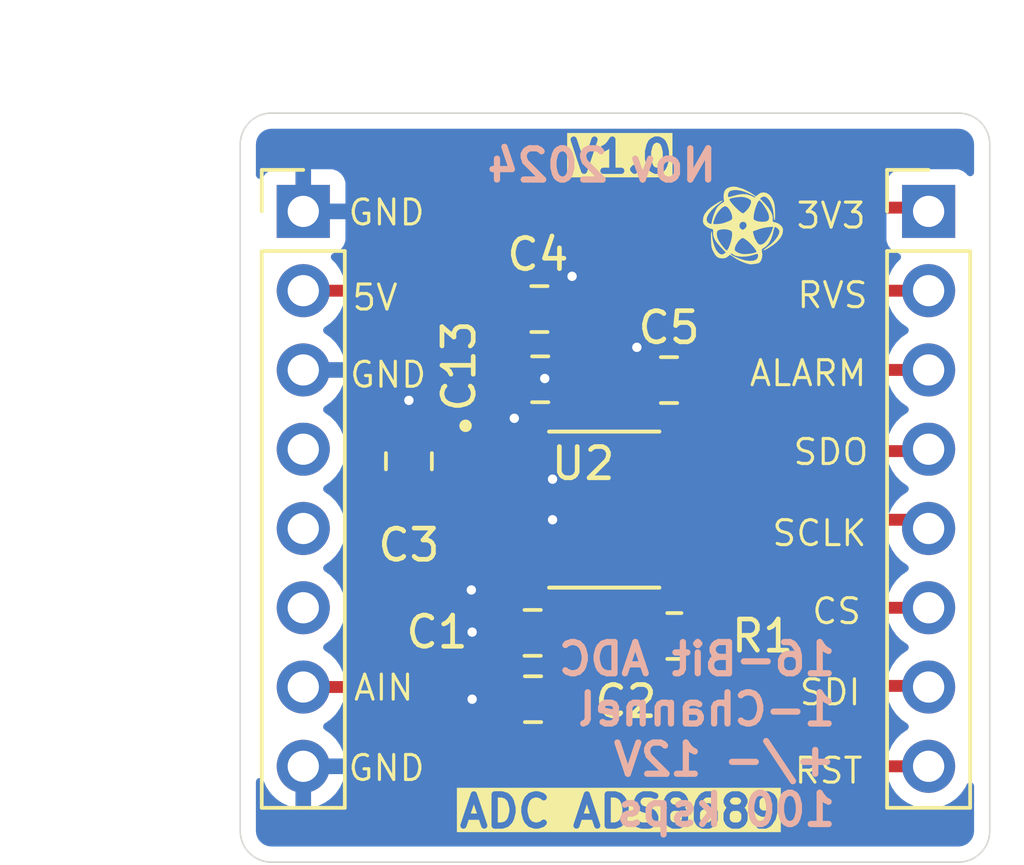
<source format=kicad_pcb>
(kicad_pcb (version 20240108) (generator "pcbnew") (generator_version "8.0")
  (layers (0 "F.Cu" signal) (31 "B.Cu" signal) (34 "B.Paste" user) (35 "F.Paste" user) (36 "B.SilkS" user "B.Silkscreen") (37 "F.SilkS" user "F.Silkscreen") (38 "B.Mask" user) (39 "F.Mask" user) (44 "Edge.Cuts" user))
  (net 0 "")
  (net 1 "GND")
  (net 2 "+3.3V")
  (net 3 "+5V")
  (net 4 "/ADC_CS")
  (net 5 "Net-(U2-REFCAP)")
  (net 6 "Net-(U2-REFIO)")
  (net 9 "/AIN_P")
  (net 11 "/ADC_RVS")
  (net 12 "/RST")
  (net 13 "/ADC_SCLK")
  (net 14 "/ADC_ALARM")
  (net 15 "/ADC_SDI")
  (net 16 "/ADC_SDO")
  (footprint "Capacitor_SMD:C_0805_2012Metric_Pad1.18x1.45mm_HandSolder" (layer "F.Cu") (at 89.425 69.3 180)
    (property "Reference" "C2" (at -2.975 -0.075 360) (layer "F.SilkS"))
    (property "Value" "10uF")
    (fp_line (start -0.261252 0.735) (end 0.261252 0.735) (stroke (width 0.12)) (layer "F.SilkS"))
    (fp_line (start -0.261252 -0.735) (end 0.261252 -0.735) (stroke (width 0.12)) (layer "F.SilkS"))
    (pad "1" smd roundrect (at -1.0375 0 180) (size 1.175 1.45) (layers "F.Cu" "F.Paste" "F.Mask") (roundrect_rratio 0.212766) (net 5 "Net-(U2-REFCAP)"))
    (pad "2" smd roundrect (at 1.0375 0 180) (size 1.175 1.45) (layers "F.Cu" "F.Paste" "F.Mask") (roundrect_rratio 0.212766) (net 1 "GND"))
  )
  (footprint "Capacitor_SMD:C_0805_2012Metric_Pad1.18x1.45mm_HandSolder" (layer "F.Cu") (at 93.78 59.075)
    (property "Reference" "C5" (at 0 -1.68 0) (layer "F.SilkS"))
    (property "Value" "10uF")
    (fp_line (start -0.261252 -0.735) (end 0.261252 -0.735) (stroke (width 0.12)) (layer "F.SilkS"))
    (fp_line (start -0.261252 0.735) (end 0.261252 0.735) (stroke (width 0.12)) (layer "F.SilkS"))
    (pad "1" smd roundrect (at -1.0375 0) (size 1.175 1.45) (layers "F.Cu" "F.Paste" "F.Mask") (roundrect_rratio 0.212766) (net 1 "GND"))
    (pad "2" smd roundrect (at 1.0375 0) (size 1.175 1.45) (layers "F.Cu" "F.Paste" "F.Mask") (roundrect_rratio 0.212766) (net 2 "+3.3V"))
  )
  (footprint "Resistor_SMD:R_0805_2012Metric" (layer "F.Cu") (at 93.95 67.275 180)
    (property "Reference" "R1" (at -2.825 0 360) (layer "F.SilkS"))
    (property "Value" "10k")
    (fp_line (start -0.227064 0.735) (end 0.227064 0.735) (stroke (width 0.12)) (layer "F.SilkS"))
    (fp_line (start -0.227064 -0.735) (end 0.227064 -0.735) (stroke (width 0.12)) (layer "F.SilkS"))
    (pad "1" smd roundrect (at -0.9125 0 180) (size 1.025 1.4) (layers "F.Cu" "F.Paste" "F.Mask") (roundrect_rratio 0.243902) (net 12 "/RST"))
    (pad "2" smd roundrect (at 0.9125 0 180) (size 1.025 1.4) (layers "F.Cu" "F.Paste" "F.Mask") (roundrect_rratio 0.243902) (net 2 "+3.3V"))
  )
  (footprint "ADS8689:ADS8689" (layer "F.Cu") (at 91.705 63.225)
    (property "Reference" "U2" (at -0.675 -1.475 0) (layer "F.SilkS"))
    (property "Value" "ADS8689IPWR")
    (fp_line (start -1.765 -2.5) (end 1.765 -2.5) (stroke (width 0.127)) (layer "F.SilkS"))
    (fp_line (start -1.765 2.5) (end 1.765 2.5) (stroke (width 0.127)) (layer "F.SilkS"))
    (fp_circle (center -4.44 -2.685) (end -4.34 -2.685) (stroke (width 0.2)) (fill none) (layer "F.SilkS"))
    (pad "1" smd roundrect (at -2.87 -2.275) (size 1.57 0.41) (layers "F.Cu" "F.Paste" "F.Mask") (roundrect_rratio 0.125) (net 1 "GND"))
    (pad "2" smd roundrect (at -2.87 -1.625) (size 1.57 0.41) (layers "F.Cu" "F.Paste" "F.Mask") (roundrect_rratio 0.125) (net 3 "+5V"))
    (pad "3" smd roundrect (at -2.87 -0.975) (size 1.57 0.41) (layers "F.Cu" "F.Paste" "F.Mask") (roundrect_rratio 0.125) (net 1 "GND"))
    (pad "4" smd roundrect (at -2.87 -0.325) (size 1.57 0.41) (layers "F.Cu" "F.Paste" "F.Mask") (roundrect_rratio 0.125) (net 6 "Net-(U2-REFIO)"))
    (pad "5" smd roundrect (at -2.87 0.325) (size 1.57 0.41) (layers "F.Cu" "F.Paste" "F.Mask") (roundrect_rratio 0.125) (net 1 "GND"))
    (pad "6" smd roundrect (at -2.87 0.975) (size 1.57 0.41) (layers "F.Cu" "F.Paste" "F.Mask") (roundrect_rratio 0.125) (net 5 "Net-(U2-REFCAP)"))
    (pad "7" smd roundrect (at -2.87 1.625) (size 1.57 0.41) (layers "F.Cu" "F.Paste" "F.Mask") (roundrect_rratio 0.125) (net 9 "/AIN_P"))
    (pad "8" smd roundrect (at -2.87 2.275) (size 1.57 0.41) (layers "F.Cu" "F.Paste" "F.Mask") (roundrect_rratio 0.125) (net 1 "GND"))
    (pad "9" smd roundrect (at 2.87 2.275) (size 1.57 0.41) (layers "F.Cu" "F.Paste" "F.Mask") (roundrect_rratio 0.125) (net 12 "/RST"))
    (pad "10" smd roundrect (at 2.87 1.625) (size 1.57 0.41) (layers "F.Cu" "F.Paste" "F.Mask") (roundrect_rratio 0.125) (net 15 "/ADC_SDI"))
    (pad "11" smd roundrect (at 2.87 0.975) (size 1.57 0.41) (layers "F.Cu" "F.Paste" "F.Mask") (roundrect_rratio 0.125) (net 4 "/ADC_CS"))
    (pad "12" smd roundrect (at 2.87 0.325) (size 1.57 0.41) (layers "F.Cu" "F.Paste" "F.Mask") (roundrect_rratio 0.125) (net 13 "/ADC_SCLK"))
    (pad "13" smd roundrect (at 2.87 -0.325) (size 1.57 0.41) (layers "F.Cu" "F.Paste" "F.Mask") (roundrect_rratio 0.125) (net 16 "/ADC_SDO"))
    (pad "14" smd roundrect (at 2.87 -0.975) (size 1.57 0.41) (layers "F.Cu" "F.Paste" "F.Mask") (roundrect_rratio 0.125) (net 14 "/ADC_ALARM"))
    (pad "15" smd roundrect (at 2.87 -1.625) (size 1.57 0.41) (layers "F.Cu" "F.Paste" "F.Mask") (roundrect_rratio 0.125) (net 11 "/ADC_RVS"))
    (pad "16" smd roundrect (at 2.87 -2.275) (size 1.57 0.41) (layers "F.Cu" "F.Paste" "F.Mask") (roundrect_rratio 0.125) (net 2 "+3.3V"))
  )
  (footprint "Capacitor_SMD:C_0805_2012Metric_Pad1.18x1.45mm_HandSolder" (layer "F.Cu") (at 85.45 61.675 90)
    (property "Reference" "C3" (at -2.6875 0 180) (layer "F.SilkS"))
    (property "Value" "4.7uF")
    (fp_line (start -0.261252 -0.735) (end 0.261252 -0.735) (stroke (width 0.12)) (layer "F.SilkS"))
    (fp_line (start -0.261252 0.735) (end 0.261252 0.735) (stroke (width 0.12)) (layer "F.SilkS"))
    (pad "1" smd roundrect (at -1.0375 0 90) (size 1.175 1.45) (layers "F.Cu" "F.Paste" "F.Mask") (roundrect_rratio 0.212766) (net 6 "Net-(U2-REFIO)"))
    (pad "2" smd roundrect (at 1.0375 0 90) (size 1.175 1.45) (layers "F.Cu" "F.Paste" "F.Mask") (roundrect_rratio 0.212766) (net 1 "GND"))
  )
  (footprint "Capacitor_SMD:C_0805_2012Metric_Pad1.18x1.45mm_HandSolder" (layer "F.Cu") (at 89.63 56.8 180)
    (property "Reference" "C4" (at 0.05 1.75 360) (layer "F.SilkS"))
    (property "Value" "10uF")
    (fp_line (start -0.261252 0.735) (end 0.261252 0.735) (stroke (width 0.12)) (layer "F.SilkS"))
    (fp_line (start -0.261252 -0.735) (end 0.261252 -0.735) (stroke (width 0.12)) (layer "F.SilkS"))
    (pad "1" smd roundrect (at -1.0375 0 180) (size 1.175 1.45) (layers "F.Cu" "F.Paste" "F.Mask") (roundrect_rratio 0.212766) (net 1 "GND"))
    (pad "2" smd roundrect (at 1.0375 0 180) (size 1.175 1.45) (layers "F.Cu" "F.Paste" "F.Mask") (roundrect_rratio 0.212766) (net 3 "+5V"))
  )
  (footprint "Capacitor_SMD:C_0805_2012Metric_Pad1.18x1.45mm_HandSolder" (layer "F.Cu") (at 89.655 59.05)
    (property "Reference" "C13" (at -2.6 -0.425 90) (layer "F.SilkS"))
    (property "Value" "0.1uF")
    (fp_line (start -0.261252 -0.735) (end 0.261252 -0.735) (stroke (width 0.12)) (layer "F.SilkS"))
    (fp_line (start -0.261252 0.735) (end 0.261252 0.735) (stroke (width 0.12)) (layer "F.SilkS"))
    (pad "1" smd roundrect (at -1.0375 0) (size 1.175 1.45) (layers "F.Cu" "F.Paste" "F.Mask") (roundrect_rratio 0.212766) (net 3 "+5V"))
    (pad "2" smd roundrect (at 1.0375 0) (size 1.175 1.45) (layers "F.Cu" "F.Paste" "F.Mask") (roundrect_rratio 0.212766) (net 1 "GND"))
  )
  (footprint "Connector_PinHeader_2.54mm:PinHeader_1x08_P2.54mm_Vertical" (layer "F.Cu") (at 102.0928 53.6702)
    (property "Reference" "J5" (hide yes))
    (property "Value" "CONN_R")
    (fp_line (start -1.33 -1.33) (end 0 -1.33) (stroke (width 0.12)) (layer "F.SilkS"))
    (fp_line (start -1.33 0) (end -1.33 -1.33) (stroke (width 0.12)) (layer "F.SilkS"))
    (fp_line (start -1.33 1.27) (end -1.33 19.11) (stroke (width 0.12)) (layer "F.SilkS"))
    (fp_line (start -1.33 1.27) (end 1.33 1.27) (stroke (width 0.12)) (layer "F.SilkS"))
    (fp_line (start -1.33 19.11) (end 1.33 19.11) (stroke (width 0.12)) (layer "F.SilkS"))
    (fp_line (start 1.33 1.27) (end 1.33 19.11) (stroke (width 0.12)) (layer "F.SilkS"))
    (pad "1" thru_hole rect (at 0 0) (size 1.7 1.7) (drill 1) (layers "*.Cu" "*.Mask") (net 2 "+3.3V"))
    (pad "2" thru_hole oval (at 0 2.54) (size 1.7 1.7) (drill 1) (layers "*.Cu" "*.Mask") (net 11 "/ADC_RVS"))
    (pad "3" thru_hole oval (at 0 5.08) (size 1.7 1.7) (drill 1) (layers "*.Cu" "*.Mask") (net 14 "/ADC_ALARM"))
    (pad "4" thru_hole oval (at 0 7.62) (size 1.7 1.7) (drill 1) (layers "*.Cu" "*.Mask") (net 16 "/ADC_SDO"))
    (pad "5" thru_hole oval (at 0 10.16) (size 1.7 1.7) (drill 1) (layers "*.Cu" "*.Mask") (net 13 "/ADC_SCLK"))
    (pad "6" thru_hole oval (at 0 12.7) (size 1.7 1.7) (drill 1) (layers "*.Cu" "*.Mask") (net 4 "/ADC_CS"))
    (pad "7" thru_hole oval (at 0 15.24) (size 1.7 1.7) (drill 1) (layers "*.Cu" "*.Mask") (net 15 "/ADC_SDI"))
    (pad "8" thru_hole oval (at 0 17.78) (size 1.7 1.7) (drill 1) (layers "*.Cu" "*.Mask") (net 12 "/RST"))
  )
  (footprint "LOGO" (layer "F.Cu") (at 96.125 54.1)
    (property "Reference" "G***" (hide yes))
    (property "Value" "LOGO" (hide yes))
    (fp_poly (pts (xy -0.186329 -1.216691) (xy 0.039478 -1.146543) (xy 0.254172 -1.037617) (xy 0.305824 -1.004061) (xy 0.439872 -0.912576) (xy 0.490037 -0.959704) (xy 0.582406 -1.020855) (xy 0.67913 -1.040258) (xy 0.774757 -1.020911) (xy 0.863838 -0.965813) (xy 0.940922 -0.87796) (xy 1.000559 -0.760351) (xy 1.028681 -0.663447) (xy 1.040083 -0.590559) (xy 1.048015 -0.50091) (xy 1.052437 -0.40442) (xy 1.053313 -0.311009) (xy 1.050603 -0.230596) (xy 1.04427 -0.173102) (xy 1.034275 -0.148447) (xy 1.030658 -0.148873) (xy 1.016813 -0.178504) (xy 1.008667 -0.236677) (xy 1.007755 -0.265947) (xy 0.997668 -0.394021) (xy 0.970364 -0.529471) (xy 0.930274 -0.656042) (xy 0.881831 -0.757481) (xy 0.868052 -0.778235) (xy 0.796334 -0.861628) (xy 0.730981 -0.902334) (xy 0.66773 -0.902225) (xy 0.628796 -0.883203) (xy 0.568609 -0.843767) (xy 0.719942 -0.687013) (xy 0.838581 -0.548504) (xy 0.92284 -0.415784) (xy 0.970395 -0.293386) (xy 0.978921 -0.185846) (xy 0.978508 -0.182578) (xy 0.973357 -0.125892) (xy 0.985927 -0.098279) (xy 1.027583 -0.084753) (xy 1.056571 -0.079654) (xy 1.149352 -0.045292) (xy 1.225952 0.010547) (xy 1.277667 0.067268) (xy 1.300797 0.120984) (xy 1.305501 0.181119) (xy 1.286844 0.297479) (xy 1.229146 0.41187) (xy 1.129815 0.528963) (xy 1.09319 0.563784) (xy 1.029445 0.616416) (xy 0.951554 0.672608) (xy 0.86876 0.726739) (xy 0.790305 0.773191) (xy 0.72543 0.806345) (xy 0.683377 0.820583) (xy 0.673747 0.818802) (xy 0.685978 0.801871) (xy 0.727617 0.76654) (xy 0.79008 0.720004) (xy 0.799608 0.713278) (xy 0.924507 0.614127) (xy 1.031789 0.50652) (xy 1.115758 0.397857) (xy 1.170717 0.295535) (xy 1.190971 0.206952) (xy 1.190983 0.204997) (xy 1.17385 0.165638) (xy 1.133315 0.119283) (xy 1.085677 0.081787) (xy 1.050909 0.068711) (xy 1.032771 0.088353) (xy 1.018351 0.131695) (xy 0.96927 0.328443) (xy 0.911807 0.484507) (xy 0.843346 0.604648) (xy 0.761273 0.693624) (xy 0.679862 0.747782) (xy 0.63619 0.777072) (xy 0.625144 0.81303) (xy 0.632028 0.854529) (xy 0.643485 0.961621) (xy 0.632023 1.064658) (xy 0.600911 1.151952) (xy 0.553417 1.211815) (xy 0.527993 1.226524) (xy 0.4692 1.242649) (xy 0.389376 1.256394) (xy 0.308974 1.265035) (xy 0.248448 1.265846) (xy 0.240487 1.264822) (xy 0.107071 1.229644) (xy -0.040087 1.171797) (xy -0.181045 1.099656) (xy -0.239139 1.063422) (xy -0.392533 0.960546) (xy -0.461414 1.018506) (xy -0.525371 1.059119) (xy -0.600911 1.075227) (xy -0.639967 1.076465) (xy -0.733472 1.065502) (xy -0.807875 1.028295) (xy -0.871656 0.958371) (xy -0.930792 0.854392) (xy -0.958413 0.793605) (xy -0.977096 0.737248) (xy -0.988913 0.673333) (xy -0.995933 0.589871) (xy -1.000228 0.474874) (xy -1.000908 0.448403) (xy -1.00252 0.325126) (xy -1.000196 0.246393) (xy -0.993961 0.212602) (xy -0.98645 0.217583) (xy -0.970728 0.273318) (xy -0.963557 0.339031) (xy -0.95175 0.453197) (xy -0.923982 0.57865) (xy -0.885166 0.698532) (xy -0.840212 0.795985) (xy -0.822244 0.824042) (xy -0.751925 0.906353) (xy -0.688475 0.946557) (xy -0.626969 0.946809) (xy -0.610551 0.938816) (xy -0.366456 0.938816) (xy -0.346335 0.960972) (xy -0.292647 0.992832) (xy -0.215411 1.029998) (xy -0.124641 1.068071) (xy -0.030355 1.102652) (xy 0.057432 1.129342) (xy 0.080162 1.134959) (xy 0.232487 1.157253) (xy 0.358052 1.148368) (xy 0.447491 1.112355) (xy 0.485124 1.068632) (xy 0.50523 1.009387) (xy 0.50299 0.954467) (xy 0.490884 0.933685) (xy 0.464282 0.934173) (xy 0.408264 0.948556) (xy 0.347737 0.969121) (xy 0.233011 1.000718) (xy 0.105044 1.018194) (xy -0.023593 1.021578) (xy -0.140331 1.010902) (xy -0.2326 0.986193) (xy -0.266926 0.967674) (xy -0.325161 0.929069) (xy -0.355816 0.918062) (xy -0.366177 0.93254) (xy -0.366456 0.938816) (xy -0.610551 0.938816) (xy -0.586553 0.927133) (xy -0.526138 0.887548) (xy -0.69492 0.710886) (xy -0.80887 0.580227) (xy -0.885118 0.464312) (xy -0.92674 0.357014) (xy -0.936326 0.257226) (xy -0.813325 0.257226) (xy -0.811063 0.340117) (xy -0.78745 0.433418) (xy -0.763314 0.489104) (xy -0.730468 0.544011) (xy -0.683153 0.61245) (xy -0.629104 0.684534) (xy -0.576053 0.750376) (xy -0.531734 0.800087) (xy -0.503881 0.82378) (xy -0.500964 0.824527) (xy -0.479802 0.805997) (xy -0.469172 0.789758) (xy -0.241848 0.789758) (xy -0.238646 0.807423) (xy -0.204811 0.84966) (xy -0.138718 0.889197) (xy -0.053811 0.920263) (xy 0.036464 0.937086) (xy 0.066835 0.938541) (xy 0.146438 0.934636) (xy 0.245086 0.924041) (xy 0.313047 0.91379) (xy 0.387466 0.897378) (xy 0.439783 0.879249) (xy 0.45807 0.864338) (xy 0.442457 0.824543) (xy 0.400962 0.763354) (xy 0.341607 0.690186) (xy 0.27241 0.614451) (xy 0.201392 0.545562) (xy 0.149958 0.502687) (xy 0.079469 0.452426) (xy 0.032609 0.428331) (xy -0.001157 0.426056) (xy -0.018925 0.433038) (xy -0.082943 0.482489) (xy -0.144552 0.555337) (xy -0.196443 0.639131) (xy -0.231311 0.721422) (xy -0.241848 0.789758) (xy -0.469172 0.789758) (xy -0.449344 0.759468) (xy -0.437387 0.737265) (xy -0.397413 0.642236) (xy -0.36259 0.529733) (xy -0.337025 0.416475) (xy -0.324825 0.31918) (xy -0.325134 0.280362) (xy -0.335114 0.226023) (xy -0.34696 0.211813) (xy 0.342543 0.211813) (xy 0.357561 0.294861) (xy 0.406327 0.443434) (xy 0.485611 0.578314) (xy 0.540166 0.629006) (xy 0.604012 0.636869) (xy 0.679424 0.601747) (xy 0.729142 0.561818) (xy 0.78769 0.493467) (xy 0.850579 0.394998) (xy 0.910072 0.28048) (xy 0.958431 0.163981) (xy 0.973816 0.116981) (xy 0.990009 0.062187) (xy 0.832831 0.074292) (xy 0.724355 0.09013) (xy 0.602233 0.119137) (xy 0.509098 0.149105) (xy 0.342543 0.211813) (xy -0.34696 0.211813) (xy -0.361977 0.193799) (xy -0.419242 0.168068) (xy -0.423715 0.166469) (xy -0.510682 0.147138) (xy -0.606505 0.14344) (xy -0.696505 0.154082) (xy -0.766009 0.177772) (xy -0.792791 0.198973) (xy -0.813325 0.257226) (xy -0.936326 0.257226) (xy -0.936808 0.252205) (xy -0.935367 0.231644) (xy -0.932146 0.172521) (xy -0.945058 0.143714) (xy -0.985267 0.130004) (xy -1.013597 0.124982) (xy -1.099273 0.093375) (xy -1.180145 0.03526) (xy -1.181759 0.033489) (xy -0.091614 0.033489) (xy -0.07211 0.103345) (xy -0.014588 0.148313) (xy 0.017984 0.158775) (xy 0.039536 0.148803) (xy 0.080968 0.123335) (xy 0.127081 0.071576) (xy 0.139987 0.008754) (xy 0.119935 -0.049889) (xy 0.077603 -0.084857) (xy 0.007774 -0.096794) (xy -0.049974 -0.070141) (xy -0.085371 -0.012081) (xy -0.091614 0.033489) (xy -1.181759 0.033489) (xy -1.231879 -0.021497) (xy -1.255008 -0.07525) (xy -1.259693 -0.135135) (xy -1.247196 -0.243959) (xy -1.20606 -0.343427) (xy -1.130822 -0.444671) (xy -1.082936 -0.495226) (xy -1.027301 -0.543721) (xy -0.953367 -0.598603) (xy -0.870259 -0.654293) (xy -0.7871 -0.705214) (xy -0.713017 -0.745789) (xy -0.657134 -0.770438) (xy -0.628576 -0.773586) (xy -0.628157 -0.773213) (xy -0.640457 -0.756496) (xy -0.682067 -0.721921) (xy -0.744074 -0.676874) (xy -0.746052 -0.675509) (xy -0.830999 -0.609539) (xy -0.922026 -0.527464) (xy -0.98612 -0.461471) (xy -1.073753 -0.348175) (xy -1.125619 -0.246816) (xy -1.14108 -0.160744) (xy -1.119499 -0.09331) (xy -1.064485 -0.049734) (xy -1.015887 -0.029065) (xy -0.991972 -0.031855) (xy -0.98747 -0.044921) (xy -0.928472 -0.044921) (xy -0.915055 -0.027641) (xy -0.882427 -0.022914) (xy -0.831796 -0.023031) (xy -0.741538 -0.028758) (xy -0.651813 -0.042879) (xy -0.629847 -0.048197) (xy -0.551058 -0.073218) (xy -0.461275 -0.106527) (xy -0.429441 -0.1196) (xy -0.363759 -0.151303) (xy -0.331171 -0.180551) (xy -0.320961 -0.218256) (xy -0.320649 -0.230365) (xy -0.322311 -0.241894) (xy 0.362912 -0.241894) (xy 0.366779 -0.184598) (xy 0.375213 -0.16773) (xy 0.433275 -0.132251) (xy 0.521191 -0.107666) (xy 0.623781 -0.096497) (xy 0.725863 -0.101266) (xy 0.750335 -0.105405) (xy 0.819585 -0.134162) (xy 0.854486 -0.1878) (xy 0.856147 -0.269448) (xy 0.836862 -0.349006) (xy 0.810223 -0.412581) (xy 0.767794 -0.491405) (xy 0.716029 -0.575865) (xy 0.661387 -0.656349) (xy 0.610324 -0.723243) (xy 0.569297 -0.766932) (xy 0.548246 -0.77872) (xy 0.518905 -0.757729) (xy 0.485783 -0.701448) (xy 0.45172 -0.61991) (xy 0.41956 -0.523152) (xy 0.392144 -0.421206) (xy 0.372314 -0.324109) (xy 0.362912 -0.241894) (xy -0.322311 -0.241894) (xy -0.333375 -0.318641) (xy -0.36704 -0.40998) (xy -0.414874 -0.49339) (xy -0.47011 -0.557884) (xy -0.525979 -0.592473) (xy -0.545558 -0.595491) (xy -0.602126 -0.576413) (xy -0.669915 -0.525423) (xy -0.740292 -0.451892) (xy -0.804624 -0.365191) (xy -0.854278 -0.274688) (xy -0.864677 -0.249127) (xy -0.902163 -0.147958) (xy -0.923802 -0.082458) (xy -0.928472 -0.044921) (xy -0.98747 -0.044921) (xy -0.980121 -0.066249) (xy -0.973012 -0.108792) (xy -0.94677 -0.221436) (xy -0.905232 -0.346685) (xy -0.855643 -0.465141) (xy -0.805806 -0.55656) (xy -0.747842 -0.62345) (xy -0.67657 -0.679756) (xy -0.658871 -0.689825) (xy -0.60319 -0.722894) (xy -0.582169 -0.752056) (xy -0.585662 -0.783832) (xy -0.590679 -0.81645) (xy -0.412249 -0.81645) (xy -0.395817 -0.774429) (xy -0.351965 -0.711796) (xy -0.288811 -0.63684) (xy -0.214474 -0.557851) (xy -0.13707 -0.483119) (xy -0.064718 -0.420934) (xy -0.005537 -0.379584) (xy 0.027866 -0.367024) (xy 0.052078 -0.381601) (xy 0.096168 -0.419537) (xy 0.128121 -0.450297) (xy 0.196778 -0.531731) (xy 0.2486 -0.617929) (xy 0.278614 -0.697984) (xy 0.281851 -0.760992) (xy 0.276462 -0.775693) (xy 0.233077 -0.818042) (xy 0.158633 -0.85555) (xy 0.067869 -0.882513) (xy -0.024477 -0.893226) (xy -0.027217 -0.893237) (xy -0.112851 -0.889058) (xy -0.204701 -0.878024) (xy -0.291472 -0.862387) (xy -0.361867 -0.8444) (xy -0.404593 -0.826315) (xy -0.412249 -0.81645) (xy -0.590679 -0.81645) (xy -0.599101 -0.871206) (xy -0.595031 -0.958739) (xy -0.45809 -0.958739) (xy -0.455953 -0.906888) (xy -0.446767 -0.889569) (xy -0.421164 -0.890724) (xy -0.363816 -0.904113) (xy -0.286258 -0.926964) (xy -0.271993 -0.931558) (xy -0.132412 -0.967089) (xy 0.002944 -0.984066) (xy 0.033472 -0.984851) (xy 0.148796 -0.976319) (xy 0.247408 -0.94675) (xy 0.288138 -0.927688) (xy 0.356657 -0.893108) (xy 0.393791 -0.876171) (xy 0.409133 -0.874049) (xy 0.412275 -0.883912) (xy 0.412263 -0.891078) (xy 0.392231 -0.912412) (xy 0.338736 -0.94406) (xy 0.261677 -0.981578) (xy 0.170955 -1.020523) (xy 0.076472 -1.05645) (xy -0.011873 -1.084915) (xy -0.031389 -1.090227) (xy -0.157711 -1.112148) (xy -0.273403 -1.111976) (xy -0.367283 -1.090553) (xy -0.416315 -1.061347) (xy -0.443601 -1.017429) (xy -0.45809 -0.958739) (xy -0.595031 -0.958739) (xy -0.594413 -0.972035) (xy -0.57365 -1.063548) (xy -0.557165 -1.099924) (xy -0.4939 -1.165174) (xy -0.400803 -1.208491) (xy -0.290132 -1.226014)) (fill solid) (layer "F.SilkS"))
  )
  (footprint "Capacitor_SMD:C_0805_2012Metric_Pad1.18x1.45mm_HandSolder" (layer "F.Cu") (at 89.4125 67.175 180)
    (property "Reference" "C1" (at 3.0625 0.025 360) (layer "F.SilkS"))
    (property "Value" "1uF")
    (fp_line (start -0.261252 0.735) (end 0.261252 0.735) (stroke (width 0.12)) (layer "F.SilkS"))
    (fp_line (start -0.261252 -0.735) (end 0.261252 -0.735) (stroke (width 0.12)) (layer "F.SilkS"))
    (pad "1" smd roundrect (at -1.0375 0 180) (size 1.175 1.45) (layers "F.Cu" "F.Paste" "F.Mask") (roundrect_rratio 0.212766) (net 5 "Net-(U2-REFCAP)"))
    (pad "2" smd roundrect (at 1.0375 0 180) (size 1.175 1.45) (layers "F.Cu" "F.Paste" "F.Mask") (roundrect_rratio 0.212766) (net 1 "GND"))
  )
  (footprint "Connector_PinHeader_2.54mm:PinHeader_1x08_P2.54mm_Vertical" (layer "F.Cu") (at 82.0674 53.6702)
    (property "Reference" "J4" (hide yes))
    (property "Value" "CONN_L")
    (fp_line (start -1.33 -1.33) (end 0 -1.33) (stroke (width 0.12)) (layer "F.SilkS"))
    (fp_line (start -1.33 0) (end -1.33 -1.33) (stroke (width 0.12)) (layer "F.SilkS"))
    (fp_line (start -1.33 1.27) (end -1.33 19.11) (stroke (width 0.12)) (layer "F.SilkS"))
    (fp_line (start -1.33 1.27) (end 1.33 1.27) (stroke (width 0.12)) (layer "F.SilkS"))
    (fp_line (start -1.33 19.11) (end 1.33 19.11) (stroke (width 0.12)) (layer "F.SilkS"))
    (fp_line (start 1.33 1.27) (end 1.33 19.11) (stroke (width 0.12)) (layer "F.SilkS"))
    (pad "1" thru_hole rect (at 0 0) (size 1.7 1.7) (drill 1) (layers "*.Cu" "*.Mask") (net 1 "GND"))
    (pad "2" thru_hole oval (at 0 2.54) (size 1.7 1.7) (drill 1) (layers "*.Cu" "*.Mask") (net 3 "+5V"))
    (pad "3" thru_hole oval (at 0 5.08) (size 1.7 1.7) (drill 1) (layers "*.Cu" "*.Mask") (net 1 "GND"))
    (pad "4" thru_hole oval (at 0 7.62) (size 1.7 1.7) (drill 1) (layers "*.Cu" "*.Mask"))
    (pad "5" thru_hole oval (at 0 10.16) (size 1.7 1.7) (drill 1) (layers "*.Cu" "*.Mask"))
    (pad "6" thru_hole oval (at 0 12.7) (size 1.7 1.7) (drill 1) (layers "*.Cu" "*.Mask"))
    (pad "7" thru_hole oval (at 0 15.24) (size 1.7 1.7) (drill 1) (layers "*.Cu" "*.Mask") (net 9 "/AIN_P"))
    (pad "8" thru_hole oval (at 0 17.78) (size 1.7 1.7) (drill 1) (layers "*.Cu" "*.Mask") (net 1 "GND"))
  )
  (gr_arc (start 103.0496 50.5206) (mid 103.756707 50.813493) (end 104.0496 51.5206) (stroke (width 0.05)) (layer "Edge.Cuts"))
  (gr_arc (start 81.0496 74.5206) (mid 80.342493 74.227707) (end 80.0496 73.5206) (stroke (width 0.05)) (layer "Edge.Cuts"))
  (gr_line (start 81.0496 50.5206) (end 103.0496 50.5206) (stroke (width 0.05)) (layer "Edge.Cuts"))
  (gr_line (start 103.0496 74.5206) (end 81.0496 74.5206) (stroke (width 0.05)) (layer "Edge.Cuts"))
  (gr_arc (start 104.0496 73.5206) (mid 103.756707 74.227707) (end 103.0496 74.5206) (stroke (width 0.05)) (layer "Edge.Cuts"))
  (gr_line (start 104.0496 51.5206) (end 104.0496 73.5206) (stroke (width 0.05)) (layer "Edge.Cuts"))
  (gr_arc (start 80.0496 51.5206) (mid 80.342493 50.813493) (end 81.0496 50.5206) (stroke (width 0.05)) (layer "Edge.Cuts"))
  (gr_line (start 80.0496 73.5206) (end 80.0496 51.5206) (stroke (width 0.05)) (layer "Edge.Cuts"))
  (gr_text "Nov 2024" (at 95.4024 52.7812 0) (layer "B.SilkS") (effects (font (size 1 1) (thickness 0.2) (bold yes)) (justify left bottom mirror)))
  (gr_text "16-Bit ADC\n1-Channel\n+/- 12V\n100 ksps" (at 99.2124 73.4314 0) (layer "B.SilkS") (effects (font (size 1 1) (thickness 0.2) (bold yes)) (justify left bottom mirror)))
  (gr_text "V1.0" (at 90.5002 52.5018 0) (layer "F.SilkS" knockout) (effects (font (size 1 1) (thickness 0.2) (bold yes)) (justify left bottom)))
  (gr_text "GND\n" (at 83.5 59.375 0) (layer "F.SilkS") (effects (font (size 0.8 0.8) (thickness 0.1)) (justify left bottom)))
  (gr_text "5V\n" (at 83.575 56.9 0) (layer "F.SilkS") (effects (font (size 0.8 0.8) (thickness 0.1)) (justify left bottom)))
  (gr_text "SDI" (at 97.9 69.55 0) (layer "F.SilkS") (effects (font (size 0.8 0.8) (thickness 0.1)) (justify left bottom)))
  (gr_text "RST" (at 97.7392 72.0598 0) (layer "F.SilkS") (effects (font (size 0.8 0.8) (thickness 0.1)) (justify left bottom)))
  (gr_text "GND\n" (at 83.45 54.175 0) (layer "F.SilkS") (effects (font (size 0.8 0.8) (thickness 0.1)) (justify left bottom)))
  (gr_text "GND\n" (at 83.45 71.975 0) (layer "F.SilkS") (effects (font (size 0.8 0.8) (thickness 0.1)) (justify left bottom)))
  (gr_text "RVS" (at 97.825 56.825 0) (layer "F.SilkS") (effects (font (size 0.8 0.8) (thickness 0.1)) (justify left bottom)))
  (gr_text "SCLK" (at 97.025 64.45 0) (layer "F.SilkS") (effects (font (size 0.8 0.8) (thickness 0.1)) (justify left bottom)))
  (gr_text "SDO" (at 97.7 61.85 0) (layer "F.SilkS") (effects (font (size 0.8 0.8) (thickness 0.1)) (justify left bottom)))
  (gr_text "CS" (at 98.3 66.95 0) (layer "F.SilkS") (effects (font (size 0.8 0.8) (thickness 0.1)) (justify left bottom)))
  (gr_text "3V3" (at 97.8 54.275 0) (layer "F.SilkS") (effects (font (size 0.8 0.8) (thickness 0.1)) (justify left bottom)))
  (gr_text "AIN" (at 83.625 69.4 0) (layer "F.SilkS") (effects (font (size 0.8 0.8) (thickness 0.1)) (justify left bottom)))
  (gr_text "ALARM" (at 96.3 59.325 0) (layer "F.SilkS") (effects (font (size 0.8 0.8) (thickness 0.1)) (justify left bottom)))
  (gr_text "ADC ADS8689" (at 86.9696 73.4822 0) (layer "F.SilkS" knockout) (effects (font (size 1 1) (thickness 0.2) (bold yes)) (justify left bottom)))
  (segment (start 85.45 59.725) (end 85.45 60.6375) (width 0.508) (layer "F.Cu") (net 1))
  (segment (start 88.35 67.15) (end 88.375 67.175) (width 0.508) (layer "F.Cu") (net 1))
  (segment (start 90.6675 55.7575) (end 90.675 55.75) (width 0.508) (layer "F.Cu") (net 1))
  (segment (start 90.6675 56.8) (end 90.6675 55.7575) (width 0.508) (layer "F.Cu") (net 1))
  (segment (start 88.835 65.5) (end 87.75 65.5) (width 0.381) (layer "F.Cu") (net 1))
  (segment (start 90.05 62.25) (end 88.835 62.25) (width 0.381) (layer "F.Cu") (net 1))
  (segment (start 87.475 67.15) (end 88.35 67.15) (width 0.508) (layer "F.Cu") (net 1))
  (segment (start 90.6675 59.025) (end 90.6925 59.05) (width 0.508) (layer "F.Cu") (net 1))
  (segment (start 88.825 60.94) (end 88.835 60.95) (width 0.381) (layer "F.Cu") (net 1))
  (segment (start 87.475 69.3) (end 88.3875 69.3) (width 0.508) (layer "F.Cu") (net 1))
  (segment (start 92.75 59.0675) (end 92.7425 59.075) (width 0.508) (layer "F.Cu") (net 1))
  (segment (start 89.8 59.025) (end 90.6675 59.025) (width 0.508) (layer "F.Cu") (net 1))
  (segment (start 90.05 63.55) (end 88.835 63.55) (width 0.381) (layer "F.Cu") (net 1))
  (segment (start 88.825 60.3) (end 88.825 60.94) (width 0.381) (layer "F.Cu") (net 1))
  (segment (start 87.75 65.5) (end 87.45 65.8) (width 0.381) (layer "F.Cu") (net 1))
  (segment (start 92.75 58.025) (end 92.75 59.0675) (width 0.508) (layer "F.Cu") (net 1))
  (via (at 87.475 69.3) (size 0.6) (drill 0.3) (layers "F.Cu" "B.Cu") (net 1))
  (via (at 90.675 55.75) (size 0.6) (drill 0.3) (layers "F.Cu" "B.Cu") (net 1))
  (via (at 90.05 63.55) (size 0.6) (drill 0.3) (layers "F.Cu" "B.Cu") (net 1))
  (via (at 87.45 65.8) (size 0.6) (drill 0.3) (layers "F.Cu" "B.Cu") (net 1))
  (via (at 88.825 60.3) (size 0.6) (drill 0.3) (layers "F.Cu" "B.Cu") (net 1))
  (via (at 87.475 67.15) (size 0.6) (drill 0.3) (layers "F.Cu" "B.Cu") (net 1))
  (via (at 85.45 59.725) (size 0.6) (drill 0.3) (layers "F.Cu" "B.Cu") (net 1))
  (via (at 90.05 62.25) (size 0.6) (drill 0.3) (layers "F.Cu" "B.Cu") (net 1))
  (via (at 89.8 59.025) (size 0.6) (drill 0.3) (layers "F.Cu" "B.Cu") (net 1))
  (via (at 92.75 58.025) (size 0.6) (drill 0.3) (layers "F.Cu" "B.Cu") (net 1))
  (segment (start 101.9726 53.55) (end 102.0928 53.6702) (width 0.381) (layer "F.Cu") (net 2))
  (segment (start 95.75 59.075) (end 94.8175 59.075) (width 0.381) (layer "F.Cu") (net 2))
  (segment (start 96.05 60.6) (end 96.05 59.375) (width 0.381) (layer "F.Cu") (net 2))
  (segment (start 93.0375 67.275) (end 93.0375 61.2125) (width 0.381) (layer "F.Cu") (net 2))
  (segment (start 94.8175 59.075) (end 94.8175 54.4325) (width 0.381) (layer "F.Cu") (net 2))
  (segment (start 93.0375 61.2125) (end 93.3 60.95) (width 0.381) (layer "F.Cu") (net 2))
  (segment (start 95.7 60.95) (end 96.05 60.6) (width 0.381) (layer "F.Cu") (net 2))
  (segment (start 95.7 53.55) (end 101.9726 53.55) (width 0.381) (layer "F.Cu") (net 2))
  (segment (start 94.8175 54.4325) (end 95.7 53.55) (width 0.381) (layer "F.Cu") (net 2))
  (segment (start 93.3 60.95) (end 94.575 60.95) (width 0.381) (layer "F.Cu") (net 2))
  (segment (start 96.05 59.375) (end 95.75 59.075) (width 0.381) (layer "F.Cu") (net 2))
  (segment (start 94.575 60.95) (end 95.7 60.95) (width 0.381) (layer "F.Cu") (net 2))
  (segment (start 85.747 56.2102) (end 87.2 57.6632) (width 0.381) (layer "F.Cu") (net 3))
  (segment (start 88.0632 56.8) (end 87.2 57.6632) (width 0.381) (layer "F.Cu") (net 3))
  (segment (start 87.475 61.6) (end 87.2 61.325) (width 0.381) (layer "F.Cu") (net 3))
  (segment (start 82.0674 56.2102) (end 85.747 56.2102) (width 0.381) (layer "F.Cu") (net 3))
  (segment (start 87.2 59.625) (end 87.775 59.05) (width 0.381) (layer "F.Cu") (net 3))
  (segment (start 88.5925 56.8) (end 88.0632 56.8) (width 0.381) (layer "F.Cu") (net 3))
  (segment (start 87.775 59.05) (end 88.6175 59.05) (width 0.381) (layer "F.Cu") (net 3))
  (segment (start 88.835 61.6) (end 87.475 61.6) (width 0.381) (layer "F.Cu") (net 3))
  (segment (start 87.2 61.325) (end 87.2 59.625) (width 0.381) (layer "F.Cu") (net 3))
  (segment (start 87.2 57.6632) (end 87.2 59.625) (width 0.381) (layer "F.Cu") (net 3))
  (segment (start 94.575 64.2) (end 98.3 64.2) (width 0.381) (layer "F.Cu") (net 4))
  (segment (start 98.3 64.2) (end 100.4702 66.3702) (width 0.381) (layer "F.Cu") (net 4))
  (segment (start 100.4702 66.3702) (end 102.0928 66.3702) (width 0.381) (layer "F.Cu") (net 4))
  (segment (start 90.4625 67.1875) (end 90.45 67.175) (width 0.381) (layer "F.Cu") (net 5))
  (segment (start 90.4625 69.3) (end 90.4625 67.1875) (width 0.381) (layer "F.Cu") (net 5))
  (segment (start 90.45 64.85) (end 90.45 67.175) (width 0.381) (layer "F.Cu") (net 5))
  (segment (start 89.8 64.2) (end 90.45 64.85) (width 0.381) (layer "F.Cu") (net 5))
  (segment (start 88.835 64.2) (end 89.8 64.2) (width 0.381) (layer "F.Cu") (net 5))
  (segment (start 85.6375 62.9) (end 85.45 62.7125) (width 0.381) (layer "F.Cu") (net 6))
  (segment (start 88.835 62.9) (end 85.6375 62.9) (width 0.381) (layer "F.Cu") (net 6))
  (segment (start 84.55 68.25) (end 84.55 65.275) (width 0.381) (layer "F.Cu") (net 9))
  (segment (start 83.8898 68.9102) (end 84.55 68.25) (width 0.381) (layer "F.Cu") (net 9))
  (segment (start 84.975 64.85) (end 88.835 64.85) (width 0.381) (layer "F.Cu") (net 9))
  (segment (start 84.55 65.275) (end 84.975 64.85) (width 0.381) (layer "F.Cu") (net 9))
  (segment (start 82.0674 68.9102) (end 83.8898 68.9102) (width 0.381) (layer "F.Cu") (net 9))
  (segment (start 96.825 61.25) (end 96.825 57.425) (width 0.381) (layer "F.Cu") (net 11))
  (segment (start 96.475 61.6) (end 96.825 61.25) (width 0.381) (layer "F.Cu") (net 11))
  (segment (start 94.575 61.6) (end 96.475 61.6) (width 0.381) (layer "F.Cu") (net 11))
  (segment (start 98.0398 56.2102) (end 102.0928 56.2102) (width 0.381) (layer "F.Cu") (net 11))
  (segment (start 96.825 57.425) (end 98.0398 56.2102) (width 0.381) (layer "F.Cu") (net 11))
  (segment (start 97.5752 71.4502) (end 102.0928 71.4502) (width 0.381) (layer "F.Cu") (net 12))
  (segment (start 94.575 65.5) (end 95.8 65.5) (width 0.381) (layer "F.Cu") (net 12))
  (segment (start 96.05 65.75) (end 96.05 67) (width 0.381) (layer "F.Cu") (net 12))
  (segment (start 96.05 67) (end 96.05 69.925) (width 0.381) (layer "F.Cu") (net 12))
  (segment (start 95.8 65.5) (end 96.05 65.75) (width 0.381) (layer "F.Cu") (net 12))
  (segment (start 95.775 67.275) (end 94.8625 67.275) (width 0.381) (layer "F.Cu") (net 12))
  (segment (start 96.05 69.925) (end 97.5752 71.4502) (width 0.381) (layer "F.Cu") (net 12))
  (segment (start 96.05 67) (end 95.775 67.275) (width 0.381) (layer "F.Cu") (net 12))
  (segment (start 94.575 63.55) (end 101.8126 63.55) (width 0.381) (layer "F.Cu") (net 13))
  (segment (start 101.8126 63.55) (end 102.0928 63.8302) (width 0.381) (layer "F.Cu") (net 13))
  (segment (start 98.4248 58.7502) (end 102.0928 58.7502) (width 0.381) (layer "F.Cu") (net 14))
  (segment (start 97.675 61.65) (end 97.675 59.5) (width 0.381) (layer "F.Cu") (net 14))
  (segment (start 97.075 62.25) (end 97.675 61.65) (width 0.381) (layer "F.Cu") (net 14))
  (segment (start 97.675 59.5) (end 98.4248 58.7502) (width 0.381) (layer "F.Cu") (net 14))
  (segment (start 94.575 62.25) (end 97.075 62.25) (width 0.381) (layer "F.Cu") (net 14))
  (segment (start 99.75 68.875) (end 102.0576 68.875) (width 0.381) (layer "F.Cu") (net 15))
  (segment (start 97.025 64.85) (end 97.95 65.775) (width 0.381) (layer "F.Cu") (net 15))
  (segment (start 94.575 64.85) (end 97.025 64.85) (width 0.381) (layer "F.Cu") (net 15))
  (segment (start 97.95 65.775) (end 97.95 67.075) (width 0.381) (layer "F.Cu") (net 15))
  (segment (start 97.95 67.075) (end 99.75 68.875) (width 0.381) (layer "F.Cu") (net 15))
  (segment (start 102.0576 68.875) (end 102.0928 68.9102) (width 0.381) (layer "F.Cu") (net 15))
  (segment (start 97.45 62.9) (end 99 61.35) (width 0.381) (layer "F.Cu") (net 16))
  (segment (start 99 61.35) (end 102.033 61.35) (width 0.381) (layer "F.Cu") (net 16))
  (segment (start 102.033 61.35) (end 102.0928 61.2902) (width 0.381) (layer "F.Cu") (net 16))
  (segment (start 94.575 62.9) (end 97.45 62.9) (width 0.381) (layer "F.Cu") (net 16))
  (zone (net 1) (net_name "GND") (layer "B.Cu") (connect_pads (clearance 0.5)) (min_thickness 0.25) (fill yes (thermal_gap 0.5) (thermal_bridge_width 0.5))
    (polygon (pts (xy 80.0608 50.5206) (xy 104.0384 50.5206) (xy 104.0384 74.5236) (xy 80.0354 74.5236)))
  )
)
</source>
